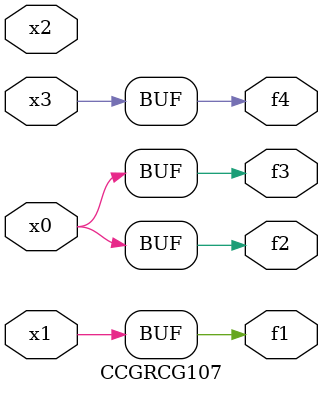
<source format=v>
module CCGRCG107(
	input x0, x1, x2, x3,
	output f1, f2, f3, f4
);
	assign f1 = x1;
	assign f2 = x0;
	assign f3 = x0;
	assign f4 = x3;
endmodule

</source>
